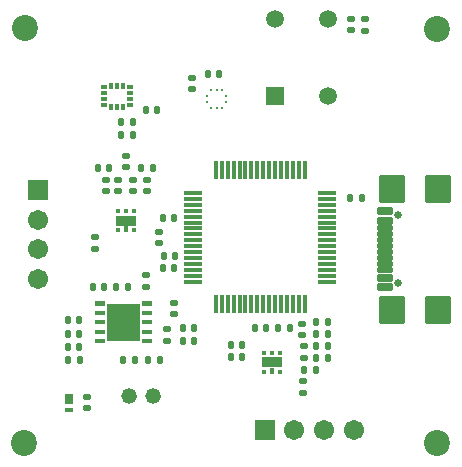
<source format=gbr>
%TF.GenerationSoftware,KiCad,Pcbnew,9.0.1*%
%TF.CreationDate,2025-04-28T02:05:13+08:00*%
%TF.ProjectId,Flight_Control,466c6967-6874-45f4-936f-6e74726f6c2e,rev?*%
%TF.SameCoordinates,Original*%
%TF.FileFunction,Soldermask,Top*%
%TF.FilePolarity,Negative*%
%FSLAX46Y46*%
G04 Gerber Fmt 4.6, Leading zero omitted, Abs format (unit mm)*
G04 Created by KiCad (PCBNEW 9.0.1) date 2025-04-28 02:05:13*
%MOMM*%
%LPD*%
G01*
G04 APERTURE LIST*
G04 Aperture macros list*
%AMRoundRect*
0 Rectangle with rounded corners*
0 $1 Rounding radius*
0 $2 $3 $4 $5 $6 $7 $8 $9 X,Y pos of 4 corners*
0 Add a 4 corners polygon primitive as box body*
4,1,4,$2,$3,$4,$5,$6,$7,$8,$9,$2,$3,0*
0 Add four circle primitives for the rounded corners*
1,1,$1+$1,$2,$3*
1,1,$1+$1,$4,$5*
1,1,$1+$1,$6,$7*
1,1,$1+$1,$8,$9*
0 Add four rect primitives between the rounded corners*
20,1,$1+$1,$2,$3,$4,$5,0*
20,1,$1+$1,$4,$5,$6,$7,0*
20,1,$1+$1,$6,$7,$8,$9,0*
20,1,$1+$1,$8,$9,$2,$3,0*%
G04 Aperture macros list end*
%ADD10C,0.000000*%
%ADD11C,1.320800*%
%ADD12RoundRect,0.140000X0.140000X0.170000X-0.140000X0.170000X-0.140000X-0.170000X0.140000X-0.170000X0*%
%ADD13RoundRect,0.140000X0.170000X-0.140000X0.170000X0.140000X-0.170000X0.140000X-0.170000X-0.140000X0*%
%ADD14RoundRect,0.135000X0.135000X0.185000X-0.135000X0.185000X-0.135000X-0.185000X0.135000X-0.185000X0*%
%ADD15RoundRect,0.140000X-0.140000X-0.170000X0.140000X-0.170000X0.140000X0.170000X-0.140000X0.170000X0*%
%ADD16C,0.650000*%
%ADD17RoundRect,0.102000X0.575000X-0.250000X0.575000X0.250000X-0.575000X0.250000X-0.575000X-0.250000X0*%
%ADD18RoundRect,0.102000X0.575000X-0.125000X0.575000X0.125000X-0.575000X0.125000X-0.575000X-0.125000X0*%
%ADD19RoundRect,0.102000X1.000000X-1.090000X1.000000X1.090000X-1.000000X1.090000X-1.000000X-1.090000X0*%
%ADD20RoundRect,0.140000X-0.170000X0.140000X-0.170000X-0.140000X0.170000X-0.140000X0.170000X0.140000X0*%
%ADD21RoundRect,0.135000X-0.185000X0.135000X-0.185000X-0.135000X0.185000X-0.135000X0.185000X0.135000X0*%
%ADD22RoundRect,0.135000X0.185000X-0.135000X0.185000X0.135000X-0.185000X0.135000X-0.185000X-0.135000X0*%
%ADD23R,0.370000X0.450000*%
%ADD24R,0.370000X0.600000*%
%ADD25R,1.670000X0.900000*%
%ADD26R,0.279400X0.254000*%
%ADD27R,0.254000X0.279400*%
%ADD28C,2.200000*%
%ADD29R,1.498600X1.498600*%
%ADD30C,1.498600*%
%ADD31RoundRect,0.075000X-0.700000X-0.075000X0.700000X-0.075000X0.700000X0.075000X-0.700000X0.075000X0*%
%ADD32RoundRect,0.075000X-0.075000X-0.700000X0.075000X-0.700000X0.075000X0.700000X-0.075000X0.700000X0*%
%ADD33RoundRect,0.102000X0.754000X-0.754000X0.754000X0.754000X-0.754000X0.754000X-0.754000X-0.754000X0*%
%ADD34C,1.712000*%
%ADD35RoundRect,0.102000X0.754000X0.754000X-0.754000X0.754000X-0.754000X-0.754000X0.754000X-0.754000X0*%
%ADD36R,0.533400X0.304800*%
%ADD37R,0.304800X0.533400*%
%ADD38RoundRect,0.135000X-0.135000X-0.185000X0.135000X-0.185000X0.135000X0.185000X-0.135000X0.185000X0*%
%ADD39R,0.838200X0.355600*%
%ADD40R,2.590800X2.997200*%
%ADD41RoundRect,0.075000X-0.275000X0.390000X-0.275000X-0.390000X0.275000X-0.390000X0.275000X0.390000X0*%
%ADD42RoundRect,0.075000X-0.275000X0.075000X-0.275000X-0.075000X0.275000X-0.075000X0.275000X0.075000X0*%
%ADD43RoundRect,0.147500X-0.147500X-0.172500X0.147500X-0.172500X0.147500X0.172500X-0.147500X0.172500X0*%
G04 APERTURE END LIST*
D10*
%TO.C,U5*%
G36*
X143569100Y-120477800D02*
G01*
X142730900Y-120477800D01*
X142730900Y-120122200D01*
X143569100Y-120122200D01*
X143569100Y-120477800D01*
G37*
G36*
X143569100Y-121277801D02*
G01*
X142730900Y-121277801D01*
X142730900Y-120922201D01*
X143569100Y-120922201D01*
X143569100Y-121277801D01*
G37*
G36*
X143569100Y-122077799D02*
G01*
X142730900Y-122077799D01*
X142730900Y-121722199D01*
X143569100Y-121722199D01*
X143569100Y-122077799D01*
G37*
G36*
X143569100Y-122877800D02*
G01*
X142730900Y-122877800D01*
X142730900Y-122522200D01*
X143569100Y-122522200D01*
X143569100Y-122877800D01*
G37*
G36*
X143569100Y-123677798D02*
G01*
X142730900Y-123677798D01*
X142730900Y-123322198D01*
X143569100Y-123322198D01*
X143569100Y-123677798D01*
G37*
G36*
X144137600Y-123462099D02*
G01*
X143766100Y-123462099D01*
X143766100Y-120337899D01*
X144137600Y-120337899D01*
X144137600Y-123462099D01*
G37*
G36*
X146483900Y-120912599D02*
G01*
X143766100Y-120912599D01*
X143766100Y-120337899D01*
X146483900Y-120337899D01*
X146483900Y-120912599D01*
G37*
G36*
X146483900Y-121699999D02*
G01*
X143766100Y-121699999D01*
X143766100Y-121312599D01*
X146483900Y-121312599D01*
X146483900Y-121699999D01*
G37*
G36*
X146483900Y-122487399D02*
G01*
X143766100Y-122487399D01*
X143766100Y-122099999D01*
X146483900Y-122099999D01*
X146483900Y-122487399D01*
G37*
G36*
X146483900Y-123462099D02*
G01*
X143766100Y-123462099D01*
X143766100Y-122887399D01*
X146483900Y-122887399D01*
X146483900Y-123462099D01*
G37*
G36*
X144925000Y-123462099D02*
G01*
X144537600Y-123462099D01*
X144537600Y-120337899D01*
X144925000Y-120337899D01*
X144925000Y-123462099D01*
G37*
G36*
X145712400Y-123462099D02*
G01*
X145325000Y-123462099D01*
X145325000Y-120337899D01*
X145712400Y-120337899D01*
X145712400Y-123462099D01*
G37*
G36*
X146483900Y-123462099D02*
G01*
X146112400Y-123462099D01*
X146112400Y-120337899D01*
X146483900Y-120337899D01*
X146483900Y-123462099D01*
G37*
G36*
X147519100Y-120477800D02*
G01*
X146680900Y-120477800D01*
X146680900Y-120122200D01*
X147519100Y-120122200D01*
X147519100Y-120477800D01*
G37*
G36*
X147519100Y-121277798D02*
G01*
X146680900Y-121277798D01*
X146680900Y-120922198D01*
X147519100Y-120922198D01*
X147519100Y-121277798D01*
G37*
G36*
X147519100Y-122077799D02*
G01*
X146680900Y-122077799D01*
X146680900Y-121722199D01*
X147519100Y-121722199D01*
X147519100Y-122077799D01*
G37*
G36*
X147519100Y-122877797D02*
G01*
X146680900Y-122877797D01*
X146680900Y-122522197D01*
X147519100Y-122522197D01*
X147519100Y-122877797D01*
G37*
G36*
X147519100Y-123677798D02*
G01*
X146680900Y-123677798D01*
X146680900Y-123322198D01*
X147519100Y-123322198D01*
X147519100Y-123677798D01*
G37*
%TD*%
D11*
%TO.C,J3*%
X147600001Y-128100000D03*
X145600000Y-128100000D03*
%TD*%
D12*
%TO.C,C37*%
X148520000Y-116300000D03*
X149480000Y-116300000D03*
%TD*%
%TO.C,C24*%
X155160000Y-123800000D03*
X154200000Y-123800000D03*
%TD*%
D13*
%TO.C,C20*%
X147000000Y-118880000D03*
X147000000Y-117920000D03*
%TD*%
D12*
%TO.C,C4*%
X145900000Y-106000000D03*
X144940000Y-106000000D03*
%TD*%
D14*
%TO.C,R4*%
X141410000Y-125100000D03*
X140390000Y-125100000D03*
%TD*%
D15*
%TO.C,C11*%
X146620000Y-108800000D03*
X147580000Y-108800000D03*
%TD*%
D16*
%TO.C,J2*%
X168337500Y-118590000D03*
X168337500Y-112810000D03*
D17*
X167262500Y-118900000D03*
X167262500Y-118100000D03*
D18*
X167262500Y-116950000D03*
X167262500Y-115950000D03*
X167262500Y-115450000D03*
X167262500Y-114450000D03*
D17*
X167262500Y-112500000D03*
X167262500Y-113300000D03*
D18*
X167262500Y-113950000D03*
X167262500Y-114950000D03*
X167262500Y-116450000D03*
X167262500Y-117450000D03*
D19*
X167837500Y-120810000D03*
X167837500Y-110590000D03*
X171767500Y-120810000D03*
X171767500Y-110590000D03*
%TD*%
D20*
%TO.C,C1*%
X150900000Y-101200000D03*
X150900000Y-102160000D03*
%TD*%
D12*
%TO.C,C35*%
X143900000Y-108800000D03*
X142940000Y-108800000D03*
%TD*%
D20*
%TO.C,C32*%
X160400000Y-123920000D03*
X160400000Y-124880000D03*
%TD*%
D21*
%TO.C,R10*%
X148800000Y-122490000D03*
X148800000Y-123510000D03*
%TD*%
D13*
%TO.C,C26*%
X148100000Y-115180000D03*
X148100000Y-114220000D03*
%TD*%
D12*
%TO.C,C14*%
X141380000Y-121700000D03*
X140420000Y-121700000D03*
%TD*%
D22*
%TO.C,R13*%
X160300000Y-127910000D03*
X160300000Y-126890000D03*
%TD*%
D23*
%TO.C,IC2*%
X144700000Y-114100000D03*
D24*
X145350000Y-114025000D03*
D23*
X146000000Y-114100000D03*
X146000000Y-112450000D03*
X145350000Y-112450000D03*
X144700000Y-112450000D03*
D25*
X145350000Y-113275000D03*
%TD*%
D26*
%TO.C,U2*%
X152212600Y-102750000D03*
X152212600Y-103250000D03*
D27*
X152500001Y-103787400D03*
X153000000Y-103787400D03*
X153499999Y-103787400D03*
D26*
X153787400Y-103250000D03*
X153787400Y-102750000D03*
D27*
X153499999Y-102212600D03*
X153000000Y-102212600D03*
X152500001Y-102212600D03*
%TD*%
D28*
%TO.C,H1*%
X136800000Y-97000000D03*
%TD*%
D29*
%TO.C,SW1*%
X157960599Y-102750001D03*
D30*
X157960599Y-96250000D03*
X162460600Y-102750001D03*
X162460600Y-96250000D03*
%TD*%
D20*
%TO.C,C12*%
X145900000Y-109820000D03*
X145900000Y-110780000D03*
%TD*%
D15*
%TO.C,C25*%
X160420000Y-125900000D03*
X161380000Y-125900000D03*
%TD*%
%TO.C,C3*%
X147040000Y-103900000D03*
X148000000Y-103900000D03*
%TD*%
D21*
%TO.C,R14*%
X165600000Y-96190000D03*
X165600000Y-97210000D03*
%TD*%
D15*
%TO.C,C33*%
X161440000Y-122900000D03*
X162400000Y-122900000D03*
%TD*%
%TO.C,C30*%
X164320000Y-111400000D03*
X165280000Y-111400000D03*
%TD*%
%TO.C,C21*%
X150120000Y-122400000D03*
X151080000Y-122400000D03*
%TD*%
D20*
%TO.C,C29*%
X160200000Y-122020000D03*
X160200000Y-122980000D03*
%TD*%
D28*
%TO.C,H4*%
X136700000Y-132100000D03*
%TD*%
D31*
%TO.C,U1*%
X151025000Y-110950000D03*
X151025000Y-111450000D03*
X151025000Y-111950000D03*
X151025000Y-112450000D03*
X151025000Y-112950000D03*
X151025000Y-113450000D03*
X151025000Y-113950000D03*
X151025000Y-114450000D03*
X151025000Y-114950000D03*
X151025000Y-115450000D03*
X151025000Y-115950000D03*
X151025000Y-116450000D03*
X151025000Y-116950000D03*
X151025000Y-117450000D03*
X151025000Y-117950000D03*
X151025000Y-118450000D03*
D32*
X152950000Y-120375000D03*
X153450000Y-120375000D03*
X153950000Y-120375000D03*
X154450000Y-120375000D03*
X154950000Y-120375000D03*
X155450000Y-120375000D03*
X155950000Y-120375000D03*
X156450000Y-120375000D03*
X156950000Y-120375000D03*
X157450000Y-120375000D03*
X157950000Y-120375000D03*
X158450000Y-120375000D03*
X158950000Y-120375000D03*
X159450000Y-120375000D03*
X159950000Y-120375000D03*
X160450000Y-120375000D03*
D31*
X162375000Y-118450000D03*
X162375000Y-117950000D03*
X162375000Y-117450000D03*
X162375000Y-116950000D03*
X162375000Y-116450000D03*
X162375000Y-115950000D03*
X162375000Y-115450000D03*
X162375000Y-114950000D03*
X162375000Y-114450000D03*
X162375000Y-113950000D03*
X162375000Y-113450000D03*
X162375000Y-112950000D03*
X162375000Y-112450000D03*
X162375000Y-111950000D03*
X162375000Y-111450000D03*
X162375000Y-110950000D03*
D32*
X160450000Y-109025000D03*
X159950000Y-109025000D03*
X159450000Y-109025000D03*
X158950000Y-109025000D03*
X158450000Y-109025000D03*
X157950000Y-109025000D03*
X157450000Y-109025000D03*
X156950000Y-109025000D03*
X156450000Y-109025000D03*
X155950000Y-109025000D03*
X155450000Y-109025000D03*
X154950000Y-109025000D03*
X154450000Y-109025000D03*
X153950000Y-109025000D03*
X153450000Y-109025000D03*
X152950000Y-109025000D03*
%TD*%
D15*
%TO.C,C7*%
X161440000Y-123900000D03*
X162400000Y-123900000D03*
%TD*%
D28*
%TO.C,H2*%
X171700000Y-97100000D03*
%TD*%
D20*
%TO.C,C18*%
X149400000Y-120220000D03*
X149400000Y-121180000D03*
%TD*%
%TO.C,C22*%
X142000000Y-128220000D03*
X142000000Y-129180000D03*
%TD*%
D12*
%TO.C,C28*%
X149400000Y-113100000D03*
X148440000Y-113100000D03*
%TD*%
%TO.C,C31*%
X157200000Y-122400000D03*
X156240000Y-122400000D03*
%TD*%
D20*
%TO.C,C34*%
X147100000Y-109820000D03*
X147100000Y-110780000D03*
%TD*%
D33*
%TO.C,J1*%
X137900000Y-110700000D03*
D34*
X137900000Y-113200000D03*
X137900000Y-115700000D03*
X137900000Y-118200000D03*
%TD*%
D15*
%TO.C,C6*%
X161440000Y-121900000D03*
X162400000Y-121900000D03*
%TD*%
D14*
%TO.C,R8*%
X148210000Y-125110000D03*
X147190000Y-125110000D03*
%TD*%
D20*
%TO.C,C23*%
X164400000Y-96220000D03*
X164400000Y-97180000D03*
%TD*%
D12*
%TO.C,C36*%
X149400000Y-117300000D03*
X148440000Y-117300000D03*
%TD*%
D35*
%TO.C,J4*%
X157100000Y-131000000D03*
D34*
X159600000Y-131000000D03*
X162100000Y-131000000D03*
X164600000Y-131000000D03*
%TD*%
D23*
%TO.C,IC1*%
X157050000Y-126100000D03*
D24*
X157700000Y-126025000D03*
D23*
X158350000Y-126100000D03*
X158350000Y-124450000D03*
X157700000Y-124450000D03*
X157050000Y-124450000D03*
D25*
X157700000Y-125275000D03*
%TD*%
D15*
%TO.C,C17*%
X142540000Y-118900000D03*
X143500000Y-118900000D03*
%TD*%
D36*
%TO.C,U3*%
X143439400Y-101999999D03*
X143439400Y-102500000D03*
X143439400Y-103000000D03*
X143439400Y-103500001D03*
D37*
X144069701Y-103639000D03*
X144569700Y-103639000D03*
X145069699Y-103639000D03*
D36*
X145700000Y-103500001D03*
X145700000Y-103000000D03*
X145700000Y-102500000D03*
X145700000Y-101999999D03*
D37*
X145069699Y-101861000D03*
X144569700Y-101861000D03*
X144069701Y-101861000D03*
%TD*%
D20*
%TO.C,C13*%
X144700000Y-109840000D03*
X144700000Y-110800000D03*
%TD*%
D38*
%TO.C,R12*%
X158190000Y-122400000D03*
X159210000Y-122400000D03*
%TD*%
D12*
%TO.C,C8*%
X155160000Y-124800000D03*
X154200000Y-124800000D03*
%TD*%
D13*
%TO.C,C10*%
X145300000Y-108780000D03*
X145300000Y-107820000D03*
%TD*%
D28*
%TO.C,H3*%
X171700000Y-132100000D03*
%TD*%
D15*
%TO.C,C2*%
X152240000Y-100900000D03*
X153200000Y-100900000D03*
%TD*%
D20*
%TO.C,C27*%
X143600000Y-109820000D03*
X143600000Y-110780000D03*
%TD*%
D12*
%TO.C,C15*%
X141380000Y-122900000D03*
X140420000Y-122900000D03*
%TD*%
D39*
%TO.C,U5*%
X143150000Y-120300000D03*
X143150000Y-121100001D03*
X143150000Y-121899999D03*
X143150000Y-122700000D03*
X143150000Y-123499998D03*
X147100000Y-123499998D03*
X147100000Y-122699997D03*
X147100000Y-121899999D03*
X147100000Y-121099998D03*
X147100000Y-120300000D03*
D40*
X145125000Y-121899999D03*
%TD*%
D15*
%TO.C,C9*%
X161440000Y-124900000D03*
X162400000Y-124900000D03*
%TD*%
D41*
%TO.C,D5*%
X140500000Y-128400000D03*
D42*
X140500000Y-129285000D03*
%TD*%
D14*
%TO.C,R9*%
X146110000Y-125100000D03*
X145090000Y-125100000D03*
%TD*%
D12*
%TO.C,C16*%
X141380000Y-124000000D03*
X140420000Y-124000000D03*
%TD*%
D15*
%TO.C,C19*%
X150140000Y-123500000D03*
X151100000Y-123500000D03*
%TD*%
D21*
%TO.C,R15*%
X142700000Y-114690000D03*
X142700000Y-115710000D03*
%TD*%
D43*
%TO.C,L1*%
X144530000Y-118900000D03*
X145500000Y-118900000D03*
%TD*%
D12*
%TO.C,C5*%
X145900000Y-104900000D03*
X144940000Y-104900000D03*
%TD*%
M02*

</source>
